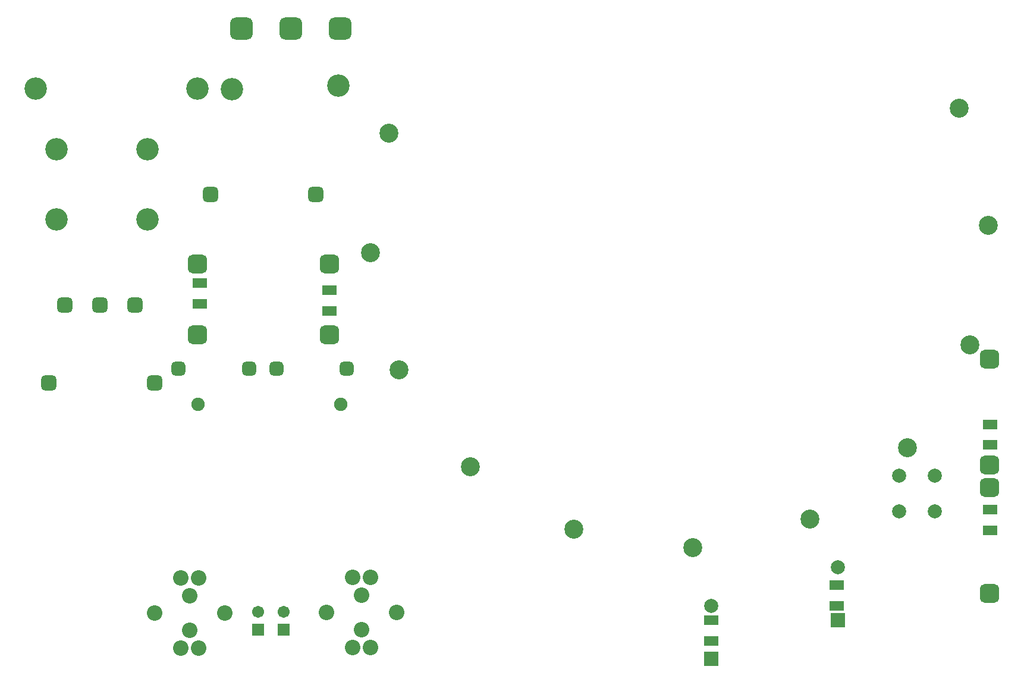
<source format=gbs>
G04*
G04 #@! TF.GenerationSoftware,Altium Limited,Altium Designer,22.4.2 (48)*
G04*
G04 Layer_Color=16711935*
%FSLAX25Y25*%
%MOIN*%
G70*
G04*
G04 #@! TF.SameCoordinates,1553F913-36A2-4817-89BD-39564314B52C*
G04*
G04*
G04 #@! TF.FilePolarity,Negative*
G04*
G01*
G75*
%ADD24R,0.07887X0.05328*%
G04:AMPARAMS|DCode=29|XSize=86.74mil|YSize=86.74mil|CornerRadius=23.68mil|HoleSize=0mil|Usage=FLASHONLY|Rotation=0.000|XOffset=0mil|YOffset=0mil|HoleType=Round|Shape=RoundedRectangle|*
%AMROUNDEDRECTD29*
21,1,0.08674,0.03937,0,0,0.0*
21,1,0.03937,0.08674,0,0,0.0*
1,1,0.04737,0.01968,-0.01968*
1,1,0.04737,-0.01968,-0.01968*
1,1,0.04737,-0.01968,0.01968*
1,1,0.04737,0.01968,0.01968*
%
%ADD29ROUNDEDRECTD29*%
G04:AMPARAMS|DCode=30|XSize=106.42mil|YSize=106.42mil|CornerRadius=28.61mil|HoleSize=0mil|Usage=FLASHONLY|Rotation=90.000|XOffset=0mil|YOffset=0mil|HoleType=Round|Shape=RoundedRectangle|*
%AMROUNDEDRECTD30*
21,1,0.10642,0.04921,0,0,90.0*
21,1,0.04921,0.10642,0,0,90.0*
1,1,0.05721,0.02461,0.02461*
1,1,0.05721,0.02461,-0.02461*
1,1,0.05721,-0.02461,-0.02461*
1,1,0.05721,-0.02461,0.02461*
%
%ADD30ROUNDEDRECTD30*%
%ADD31R,0.07887X0.07887*%
%ADD32C,0.07887*%
%ADD33C,0.10642*%
G04:AMPARAMS|DCode=34|XSize=78.87mil|YSize=78.87mil|CornerRadius=21.72mil|HoleSize=0mil|Usage=FLASHONLY|Rotation=0.000|XOffset=0mil|YOffset=0mil|HoleType=Round|Shape=RoundedRectangle|*
%AMROUNDEDRECTD34*
21,1,0.07887,0.03543,0,0,0.0*
21,1,0.03543,0.07887,0,0,0.0*
1,1,0.04343,0.01772,-0.01772*
1,1,0.04343,-0.01772,-0.01772*
1,1,0.04343,-0.01772,0.01772*
1,1,0.04343,0.01772,0.01772*
%
%ADD34ROUNDEDRECTD34*%
G04:AMPARAMS|DCode=35|XSize=106.42mil|YSize=106.42mil|CornerRadius=28.61mil|HoleSize=0mil|Usage=FLASHONLY|Rotation=0.000|XOffset=0mil|YOffset=0mil|HoleType=Round|Shape=RoundedRectangle|*
%AMROUNDEDRECTD35*
21,1,0.10642,0.04921,0,0,0.0*
21,1,0.04921,0.10642,0,0,0.0*
1,1,0.05721,0.02461,-0.02461*
1,1,0.05721,-0.02461,-0.02461*
1,1,0.05721,-0.02461,0.02461*
1,1,0.05721,0.02461,0.02461*
%
%ADD35ROUNDEDRECTD35*%
%ADD36C,0.08674*%
%ADD37C,0.12611*%
%ADD38R,0.06706X0.06706*%
%ADD39C,0.06706*%
G04:AMPARAMS|DCode=40|XSize=126.11mil|YSize=126.11mil|CornerRadius=33.53mil|HoleSize=0mil|Usage=FLASHONLY|Rotation=0.000|XOffset=0mil|YOffset=0mil|HoleType=Round|Shape=RoundedRectangle|*
%AMROUNDEDRECTD40*
21,1,0.12611,0.05906,0,0,0.0*
21,1,0.05906,0.12611,0,0,0.0*
1,1,0.06706,0.02953,-0.02953*
1,1,0.06706,-0.02953,-0.02953*
1,1,0.06706,-0.02953,0.02953*
1,1,0.06706,0.02953,0.02953*
%
%ADD40ROUNDEDRECTD40*%
%ADD41C,0.07493*%
D24*
X183000Y-156083D02*
D03*
Y-167500D02*
D03*
X269000Y-66000D02*
D03*
Y-77417D02*
D03*
Y-125209D02*
D03*
Y-113791D02*
D03*
X-174000Y1791D02*
D03*
Y13209D02*
D03*
X-101500Y-2209D02*
D03*
Y9209D02*
D03*
X112500Y-175791D02*
D03*
Y-187209D02*
D03*
D29*
X-249685Y933D02*
D03*
X-230000D02*
D03*
X-210315D02*
D03*
X-199500Y-42500D02*
D03*
X-258555D02*
D03*
X-108945Y63000D02*
D03*
X-168000D02*
D03*
D30*
X268500Y-160500D02*
D03*
Y-101445D02*
D03*
Y-29445D02*
D03*
Y-88500D02*
D03*
D31*
X112500Y-197264D02*
D03*
X183500Y-175500D02*
D03*
D32*
X112500Y-167736D02*
D03*
X218000Y-94500D02*
D03*
X238000D02*
D03*
Y-114500D02*
D03*
X218000D02*
D03*
X183500Y-145972D02*
D03*
D33*
X251781Y111241D02*
D03*
X267846Y45588D02*
D03*
X257564Y-21216D02*
D03*
X222500Y-79000D02*
D03*
X167992Y-118967D02*
D03*
X102339Y-135032D02*
D03*
X35535Y-124750D02*
D03*
X-22249Y-89686D02*
D03*
X-62216Y-35178D02*
D03*
X-78281Y30475D02*
D03*
X-67999Y97279D02*
D03*
D34*
X-131000Y-34500D02*
D03*
X-91630D02*
D03*
X-146500D02*
D03*
X-185870D02*
D03*
D35*
X-175319Y23870D02*
D03*
Y-15500D02*
D03*
X-101500D02*
D03*
Y23870D02*
D03*
D36*
X-88500Y-151500D02*
D03*
X-78500D02*
D03*
X-83500Y-161500D02*
D03*
X-88500Y-190870D02*
D03*
X-78500D02*
D03*
X-83500Y-180870D02*
D03*
X-103185Y-171185D02*
D03*
X-63815D02*
D03*
X-184685Y-151815D02*
D03*
X-174685D02*
D03*
X-179685Y-161815D02*
D03*
X-184685Y-191185D02*
D03*
X-174685D02*
D03*
X-179685Y-181185D02*
D03*
X-199370Y-171500D02*
D03*
X-160000D02*
D03*
D37*
X-156000Y122000D02*
D03*
X-266051Y122500D02*
D03*
X-175500D02*
D03*
X-203319Y88500D02*
D03*
Y49130D02*
D03*
X-254500Y88500D02*
D03*
Y49130D02*
D03*
X-96500Y124000D02*
D03*
D38*
X-141500Y-181000D02*
D03*
X-127000D02*
D03*
D39*
X-141500Y-171000D02*
D03*
X-127000D02*
D03*
D40*
X-123000Y156000D02*
D03*
X-95441D02*
D03*
X-150559D02*
D03*
D41*
X-175000Y-54500D02*
D03*
X-95000D02*
D03*
M02*

</source>
